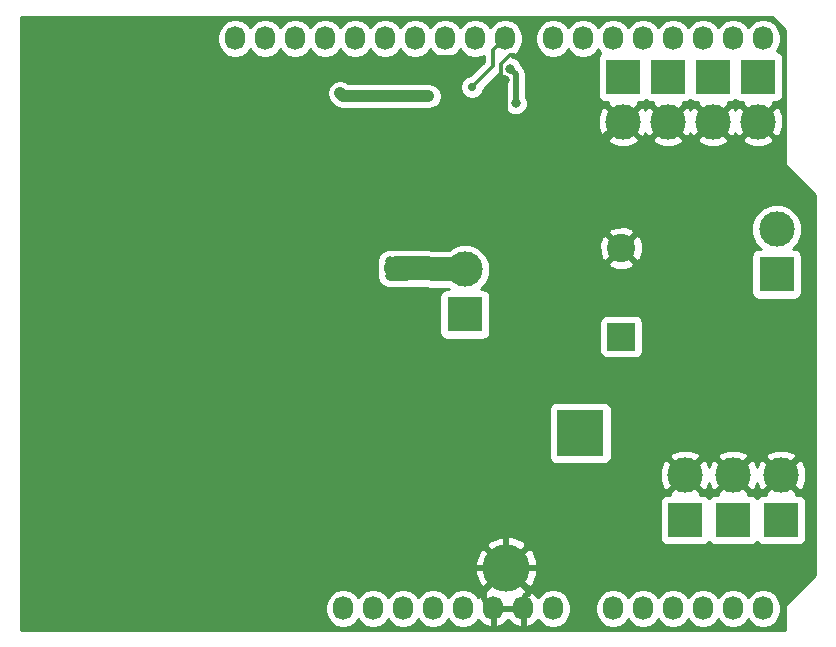
<source format=gbl>
G04 #@! TF.GenerationSoftware,KiCad,Pcbnew,(2017-11-06 revision 9df4ae65e)-makepkg*
G04 #@! TF.CreationDate,2017-12-06T02:01:24-08:00*
G04 #@! TF.ProjectId,MHz_LED_Modulator,4D487A5F4C45445F4D6F64756C61746F,rev?*
G04 #@! TF.SameCoordinates,Original*
G04 #@! TF.FileFunction,Copper,L2,Bot,Signal*
G04 #@! TF.FilePolarity,Positive*
%FSLAX46Y46*%
G04 Gerber Fmt 4.6, Leading zero omitted, Abs format (unit mm)*
G04 Created by KiCad (PCBNEW (2017-11-06 revision 9df4ae65e)-makepkg) date 12/06/17 02:01:24*
%MOMM*%
%LPD*%
G01*
G04 APERTURE LIST*
%ADD10C,2.999740*%
%ADD11R,2.999740X2.999740*%
%ADD12C,2.400000*%
%ADD13R,2.400000X2.400000*%
%ADD14R,4.000500X4.000500*%
%ADD15C,4.000500*%
%ADD16O,1.727200X2.032000*%
%ADD17C,1.000000*%
%ADD18C,0.800000*%
%ADD19C,0.700000*%
%ADD20C,0.500000*%
%ADD21C,0.350000*%
%ADD22C,0.800000*%
%ADD23C,2.000000*%
%ADD24C,1.000000*%
%ADD25C,0.254000*%
G04 APERTURE END LIST*
D10*
X162636200Y-82613500D03*
D11*
X162636200Y-78803500D03*
D12*
X162483800Y-93312600D03*
D13*
X162483800Y-100812600D03*
D10*
X175641000Y-91719400D03*
D11*
X175641000Y-95529400D03*
D10*
X149250400Y-95123000D03*
D11*
X149250400Y-98933000D03*
D10*
X166446200Y-82600800D03*
D11*
X166446200Y-78790800D03*
D14*
X159029400Y-108966000D03*
D15*
X152755600Y-120370600D03*
D11*
X167894000Y-116332000D03*
D10*
X167894000Y-112522000D03*
X171958000Y-112522000D03*
D11*
X171958000Y-116332000D03*
D10*
X174066200Y-82600800D03*
D11*
X174066200Y-78790800D03*
D10*
X170256200Y-82600800D03*
D11*
X170256200Y-78790800D03*
D10*
X176022000Y-112522000D03*
D11*
X176022000Y-116332000D03*
D16*
X138938000Y-123825000D03*
X141478000Y-123825000D03*
X144018000Y-123825000D03*
X146558000Y-123825000D03*
X149098000Y-123825000D03*
X151638000Y-123825000D03*
X154178000Y-123825000D03*
X156718000Y-123825000D03*
X161798000Y-123825000D03*
X164338000Y-123825000D03*
X166878000Y-123825000D03*
X169418000Y-123825000D03*
X171958000Y-123825000D03*
X174498000Y-123825000D03*
X129794000Y-75565000D03*
X132334000Y-75565000D03*
X134874000Y-75565000D03*
X137414000Y-75565000D03*
X139954000Y-75565000D03*
X142494000Y-75565000D03*
X145034000Y-75565000D03*
X147574000Y-75565000D03*
X150114000Y-75565000D03*
X152654000Y-75565000D03*
X156718000Y-75565000D03*
X159258000Y-75565000D03*
X161798000Y-75565000D03*
X164338000Y-75565000D03*
X166878000Y-75565000D03*
X169418000Y-75565000D03*
X171958000Y-75565000D03*
X174498000Y-75565000D03*
D17*
X115000000Y-80000000D03*
X117000000Y-83000000D03*
X114000000Y-86000000D03*
X117000000Y-89000000D03*
X114000000Y-92000000D03*
X117000000Y-95000000D03*
X114000000Y-98000000D03*
X117000000Y-101000000D03*
X114000000Y-104000000D03*
X117000000Y-107000000D03*
X114000000Y-110000000D03*
X117000000Y-113000000D03*
X114000000Y-116000000D03*
X117000000Y-119000000D03*
X114000000Y-122000000D03*
X117000000Y-125000000D03*
X120000000Y-122000000D03*
X123000000Y-125000000D03*
D18*
X142875000Y-95681800D03*
D19*
X149860000Y-79679800D03*
X149860000Y-79679800D03*
D18*
X153543000Y-81051400D03*
X152693000Y-79097477D03*
X149072600Y-78145030D03*
X146024600Y-79044800D03*
X153085800Y-78130400D03*
D17*
X114960400Y-74523600D03*
X113000000Y-77000000D03*
D18*
X174218600Y-85318600D03*
X151511000Y-116967000D03*
X158343600Y-114947700D03*
X156083000Y-116903500D03*
X144272000Y-95681800D03*
X146151600Y-80441800D03*
X151892000Y-88900000D03*
X142875000Y-94411800D03*
X144272000Y-94411800D03*
X156972000Y-88900000D03*
X154432000Y-88900000D03*
X149352000Y-88900000D03*
X146812000Y-88900000D03*
X149275800Y-114935000D03*
X153771600Y-114947700D03*
X138684000Y-80187800D03*
D20*
X155629400Y-120370600D02*
X156083000Y-119917000D01*
X156083000Y-119917000D02*
X156083000Y-116903500D01*
X152755600Y-120370600D02*
X155629400Y-120370600D01*
X153000000Y-117297420D02*
X152669580Y-116967000D01*
X152669580Y-116967000D02*
X151511000Y-116967000D01*
X152755600Y-120370600D02*
X152755600Y-117541820D01*
X152755600Y-117541820D02*
X153000000Y-117297420D01*
X149370600Y-120370600D02*
X149275800Y-120275800D01*
X149275800Y-120275800D02*
X149275800Y-114935000D01*
X152755600Y-120370600D02*
X149370600Y-120370600D01*
X117000000Y-83000000D02*
X115000000Y-80000000D01*
X114000000Y-86000000D02*
X117000000Y-89000000D01*
X114000000Y-92000000D02*
X117000000Y-95000000D01*
X114000000Y-98000000D02*
X117000000Y-101000000D01*
X114000000Y-104000000D02*
X117000000Y-107000000D01*
X114000000Y-110000000D02*
X117000000Y-113000000D01*
X114000000Y-116000000D02*
X117000000Y-119000000D01*
D21*
X114000000Y-122000000D02*
X117000000Y-125000000D01*
X161283801Y-92094201D02*
X160070800Y-90881200D01*
X160070800Y-90881200D02*
X159131000Y-90881200D01*
X162483800Y-93312600D02*
X161283801Y-92112601D01*
X161283801Y-92112601D02*
X161283801Y-92094201D01*
X173029464Y-103890664D02*
X173029464Y-103858264D01*
X173029464Y-103858264D02*
X162483800Y-93312600D01*
X175927419Y-103890664D02*
X173029464Y-103890664D01*
X149072600Y-78145030D02*
X147690230Y-79527400D01*
D22*
X142875000Y-95681800D02*
X144272000Y-95681800D01*
X142875000Y-94411800D02*
X142875000Y-95681800D01*
X144272000Y-94411800D02*
X142875000Y-94411800D01*
D23*
X149250400Y-95123000D02*
X143438880Y-95031560D01*
D21*
X144272000Y-94411800D02*
X147167600Y-94411800D01*
X147167600Y-94411800D02*
X147370800Y-94411800D01*
D20*
X144272000Y-95681800D02*
X147243800Y-95681800D01*
X147243800Y-95681800D02*
X148691600Y-95681800D01*
D21*
X147167600Y-94411800D02*
X147167600Y-95605600D01*
X147167600Y-95605600D02*
X147243800Y-95681800D01*
D20*
X153543000Y-81051400D02*
X153543000Y-78587600D01*
X153543000Y-78587600D02*
X153085800Y-78130400D01*
D21*
X152293001Y-79497476D02*
X152693000Y-79097477D01*
X151334476Y-80456001D02*
X152293001Y-79497476D01*
X152218203Y-78627671D02*
X152532201Y-78796001D01*
X152310799Y-78574599D02*
X152218203Y-78627671D01*
D20*
X146126200Y-78733115D02*
X146100800Y-78707715D01*
X146100800Y-78707715D02*
X146100800Y-77914500D01*
D21*
X152755600Y-82550000D02*
X152984200Y-82778600D01*
X152755600Y-80797400D02*
X152755600Y-82550000D01*
X152755600Y-79248000D02*
X152755600Y-80797400D01*
X164922200Y-81076800D02*
X164541200Y-81076800D01*
X164541200Y-81076800D02*
X164172900Y-81076800D01*
X164541200Y-81076800D02*
X164541200Y-81280000D01*
X153435410Y-76956010D02*
X153113188Y-76956010D01*
X156165852Y-84414854D02*
X154427998Y-82677000D01*
X154699001Y-78219601D02*
X153435410Y-76956010D01*
X154699001Y-82405997D02*
X154699001Y-78219601D01*
X154427998Y-82677000D02*
X154699001Y-82405997D01*
X159010070Y-84414854D02*
X156165852Y-84414854D01*
X153113188Y-76956010D02*
X152310799Y-77758399D01*
X152310799Y-77758399D02*
X152310799Y-78574599D01*
X152532201Y-78796001D02*
X152857200Y-79121000D01*
X148802183Y-78070031D02*
X149127182Y-77745032D01*
X149127182Y-77745032D02*
X149127182Y-77186818D01*
X149127182Y-77186818D02*
X149148800Y-77165200D01*
X159131000Y-90881200D02*
X156972000Y-88900000D01*
X166446200Y-82600800D02*
X164922200Y-81076800D01*
X164172900Y-81076800D02*
X162636200Y-82613500D01*
X127304800Y-77609802D02*
X127063398Y-77609802D01*
X117192300Y-82867500D02*
X119487624Y-85293200D01*
X119487624Y-85185576D02*
X119487624Y-85293200D01*
X127272999Y-77578001D02*
X127304800Y-77609802D01*
X145650001Y-77578001D02*
X127272999Y-77578001D01*
X146100800Y-77914500D02*
X145650001Y-77578001D01*
X119487624Y-85293200D02*
X134797800Y-101473000D01*
X127063398Y-77609802D02*
X119487624Y-85185576D01*
D20*
X113000000Y-74000000D02*
X114960400Y-74523600D01*
X113000000Y-77000000D02*
X113000000Y-74000000D01*
D21*
X117192300Y-82867500D02*
X116192300Y-79603600D01*
X114858800Y-79603600D02*
X114973100Y-79603600D01*
X114973100Y-79603600D02*
X116192300Y-79603600D01*
D20*
X159010070Y-84414854D02*
X159461200Y-83870800D01*
X160934400Y-83947000D02*
X162636200Y-82613500D01*
X160934400Y-83947000D02*
X159461200Y-83870800D01*
X176022000Y-112522000D02*
X178155600Y-110363000D01*
X178155600Y-110363000D02*
X175927419Y-103890664D01*
X175927419Y-103890664D02*
X175915941Y-103857323D01*
X166166800Y-110794800D02*
X160477200Y-112204500D01*
X167894000Y-112522000D02*
X166166800Y-110794800D01*
X169926000Y-110515400D02*
X167894000Y-112522000D01*
X171958000Y-112522000D02*
X169926000Y-110515400D01*
X173990000Y-110515400D02*
X171958000Y-112522000D01*
X176022000Y-112522000D02*
X173990000Y-110515400D01*
X164655500Y-84645500D02*
X164973000Y-84074000D01*
X164973000Y-84074000D02*
X166446200Y-82600800D01*
X166446200Y-82600800D02*
X168402000Y-84582000D01*
X168402000Y-84582000D02*
X168910000Y-83947000D01*
X168910000Y-83947000D02*
X170256200Y-82600800D01*
X170256200Y-82600800D02*
X172021500Y-84391500D01*
X172783500Y-83883500D02*
X174066200Y-82600800D01*
X172021500Y-84391500D02*
X172783500Y-83883500D01*
X149275800Y-114935000D02*
X148590000Y-114947700D01*
D21*
X134797800Y-101155500D02*
X148590000Y-114947700D01*
D20*
X149275800Y-114935000D02*
X153771600Y-114947700D01*
X153771600Y-114947700D02*
X158343600Y-114947700D01*
X158343600Y-114947700D02*
X160477200Y-112204500D01*
D21*
X146862800Y-77165200D02*
X149148800Y-77165200D01*
X146100800Y-77914500D02*
X146106934Y-77908468D01*
X146106934Y-77908468D02*
X146862800Y-77165200D01*
X146449999Y-77578001D02*
X146571001Y-77456999D01*
X151650700Y-77868302D02*
X149860000Y-79659002D01*
X151650700Y-76568300D02*
X151650700Y-77868302D01*
X142875000Y-95681800D02*
X144272000Y-95681800D01*
D20*
X148691600Y-95681800D02*
X149250400Y-95123000D01*
X144272000Y-94411800D02*
X148539200Y-94411800D01*
X148539200Y-94411800D02*
X149250400Y-95123000D01*
D21*
X142875000Y-94411800D02*
X144272000Y-94411800D01*
D24*
X146151600Y-80441800D02*
X138938000Y-80441800D01*
X138938000Y-80441800D02*
X138684000Y-80187800D01*
D21*
X137414000Y-75717400D02*
X137414000Y-75565000D01*
X146100800Y-77914500D02*
X146449999Y-77578001D01*
X149098000Y-120980200D02*
X125399800Y-120980200D01*
X125399800Y-120980200D02*
X123240800Y-123139200D01*
X156972000Y-86452924D02*
X159010070Y-84414854D01*
X156972000Y-88900000D02*
X156972000Y-86452924D01*
X151650700Y-76568300D02*
X152654000Y-75565000D01*
X152603200Y-75615800D02*
X152654000Y-75565000D01*
D20*
X149161500Y-95086800D02*
X149138000Y-95086800D01*
X149161500Y-95110300D02*
X149161500Y-95086800D01*
D21*
X151892000Y-88900000D02*
X154432000Y-88900000D01*
X146812000Y-88900000D02*
X149352000Y-88900000D01*
D20*
X154559000Y-122566853D02*
X154736800Y-122377200D01*
X154355800Y-122783600D02*
X154559000Y-122566853D01*
D21*
X151638000Y-123825000D02*
X154178000Y-123825000D01*
X149098000Y-121031000D02*
X149098000Y-120980200D01*
D20*
X150850600Y-122224800D02*
X150342600Y-122224800D01*
X150342600Y-122224800D02*
X149098000Y-120980200D01*
X152755600Y-120370600D02*
X152704800Y-120370600D01*
X152704800Y-120370600D02*
X150850600Y-122224800D01*
X150850600Y-123037600D02*
X151638000Y-123825000D01*
X150850600Y-122224800D02*
X150850600Y-123037600D01*
X154178000Y-123825000D02*
X154355800Y-123647200D01*
X154355800Y-123647200D02*
X154355800Y-122783600D01*
X154736800Y-122377200D02*
X154736800Y-122275600D01*
X154736800Y-122275600D02*
X152755600Y-120370600D01*
D21*
X150114000Y-75717400D02*
X150114000Y-75565000D01*
D25*
G36*
X176328000Y-74843091D02*
X176328000Y-85979000D01*
X176382046Y-86250705D01*
X176535954Y-86481046D01*
X178868000Y-88813091D01*
X178868000Y-120990909D01*
X176535954Y-123322954D01*
X176382046Y-123553295D01*
X176328000Y-123825000D01*
X176328000Y-125655000D01*
X111708000Y-125655000D01*
X111708000Y-123640255D01*
X137439400Y-123640255D01*
X137439400Y-124009745D01*
X137553474Y-124583234D01*
X137878330Y-125069415D01*
X138364511Y-125394271D01*
X138938000Y-125508345D01*
X139511489Y-125394271D01*
X139997670Y-125069415D01*
X140208000Y-124754634D01*
X140418330Y-125069415D01*
X140904511Y-125394271D01*
X141478000Y-125508345D01*
X142051489Y-125394271D01*
X142537670Y-125069415D01*
X142748000Y-124754634D01*
X142958330Y-125069415D01*
X143444511Y-125394271D01*
X144018000Y-125508345D01*
X144591489Y-125394271D01*
X145077670Y-125069415D01*
X145288000Y-124754634D01*
X145498330Y-125069415D01*
X145984511Y-125394271D01*
X146558000Y-125508345D01*
X147131489Y-125394271D01*
X147617670Y-125069415D01*
X147828000Y-124754634D01*
X148038330Y-125069415D01*
X148524511Y-125394271D01*
X149098000Y-125508345D01*
X149671489Y-125394271D01*
X150157670Y-125069415D01*
X150364461Y-124759931D01*
X150735964Y-125175732D01*
X151263209Y-125429709D01*
X151278974Y-125432358D01*
X151511000Y-125311217D01*
X151511000Y-123952000D01*
X151765000Y-123952000D01*
X151765000Y-125311217D01*
X151997026Y-125432358D01*
X152012791Y-125429709D01*
X152540036Y-125175732D01*
X152908000Y-124763892D01*
X153275964Y-125175732D01*
X153803209Y-125429709D01*
X153818974Y-125432358D01*
X154051000Y-125311217D01*
X154051000Y-123952000D01*
X151765000Y-123952000D01*
X151511000Y-123952000D01*
X151491000Y-123952000D01*
X151491000Y-123698000D01*
X151511000Y-123698000D01*
X151511000Y-123678000D01*
X151765000Y-123678000D01*
X151765000Y-123698000D01*
X154051000Y-123698000D01*
X154051000Y-123678000D01*
X154305000Y-123678000D01*
X154305000Y-123698000D01*
X154325000Y-123698000D01*
X154325000Y-123952000D01*
X154305000Y-123952000D01*
X154305000Y-125311217D01*
X154537026Y-125432358D01*
X154552791Y-125429709D01*
X155080036Y-125175732D01*
X155451539Y-124759931D01*
X155658330Y-125069415D01*
X156144511Y-125394271D01*
X156718000Y-125508345D01*
X157291489Y-125394271D01*
X157777670Y-125069415D01*
X158102526Y-124583234D01*
X158216600Y-124009745D01*
X158216600Y-123640255D01*
X160299400Y-123640255D01*
X160299400Y-124009745D01*
X160413474Y-124583234D01*
X160738330Y-125069415D01*
X161224511Y-125394271D01*
X161798000Y-125508345D01*
X162371489Y-125394271D01*
X162857670Y-125069415D01*
X163068000Y-124754634D01*
X163278330Y-125069415D01*
X163764511Y-125394271D01*
X164338000Y-125508345D01*
X164911489Y-125394271D01*
X165397670Y-125069415D01*
X165608000Y-124754634D01*
X165818330Y-125069415D01*
X166304511Y-125394271D01*
X166878000Y-125508345D01*
X167451489Y-125394271D01*
X167937670Y-125069415D01*
X168148000Y-124754634D01*
X168358330Y-125069415D01*
X168844511Y-125394271D01*
X169418000Y-125508345D01*
X169991489Y-125394271D01*
X170477670Y-125069415D01*
X170688000Y-124754634D01*
X170898330Y-125069415D01*
X171384511Y-125394271D01*
X171958000Y-125508345D01*
X172531489Y-125394271D01*
X173017670Y-125069415D01*
X173228000Y-124754634D01*
X173438330Y-125069415D01*
X173924511Y-125394271D01*
X174498000Y-125508345D01*
X175071489Y-125394271D01*
X175557670Y-125069415D01*
X175882526Y-124583234D01*
X175996600Y-124009745D01*
X175996600Y-123640255D01*
X175882526Y-123066766D01*
X175557670Y-122580585D01*
X175071489Y-122255729D01*
X174498000Y-122141655D01*
X173924511Y-122255729D01*
X173438330Y-122580585D01*
X173228000Y-122895366D01*
X173017670Y-122580585D01*
X172531489Y-122255729D01*
X171958000Y-122141655D01*
X171384511Y-122255729D01*
X170898330Y-122580585D01*
X170688000Y-122895366D01*
X170477670Y-122580585D01*
X169991489Y-122255729D01*
X169418000Y-122141655D01*
X168844511Y-122255729D01*
X168358330Y-122580585D01*
X168148000Y-122895366D01*
X167937670Y-122580585D01*
X167451489Y-122255729D01*
X166878000Y-122141655D01*
X166304511Y-122255729D01*
X165818330Y-122580585D01*
X165608000Y-122895366D01*
X165397670Y-122580585D01*
X164911489Y-122255729D01*
X164338000Y-122141655D01*
X163764511Y-122255729D01*
X163278330Y-122580585D01*
X163068000Y-122895366D01*
X162857670Y-122580585D01*
X162371489Y-122255729D01*
X161798000Y-122141655D01*
X161224511Y-122255729D01*
X160738330Y-122580585D01*
X160413474Y-123066766D01*
X160299400Y-123640255D01*
X158216600Y-123640255D01*
X158102526Y-123066766D01*
X157777670Y-122580585D01*
X157291489Y-122255729D01*
X156718000Y-122141655D01*
X156144511Y-122255729D01*
X155658330Y-122580585D01*
X155451539Y-122890069D01*
X155080036Y-122474268D01*
X154552791Y-122220291D01*
X154537026Y-122217642D01*
X154436805Y-122269967D01*
X154451197Y-122245802D01*
X152755600Y-120550205D01*
X151060003Y-122245802D01*
X151093497Y-122302042D01*
X150735964Y-122474268D01*
X150364461Y-122890069D01*
X150157670Y-122580585D01*
X149671489Y-122255729D01*
X149098000Y-122141655D01*
X148524511Y-122255729D01*
X148038330Y-122580585D01*
X147828000Y-122895366D01*
X147617670Y-122580585D01*
X147131489Y-122255729D01*
X146558000Y-122141655D01*
X145984511Y-122255729D01*
X145498330Y-122580585D01*
X145288000Y-122895366D01*
X145077670Y-122580585D01*
X144591489Y-122255729D01*
X144018000Y-122141655D01*
X143444511Y-122255729D01*
X142958330Y-122580585D01*
X142748000Y-122895366D01*
X142537670Y-122580585D01*
X142051489Y-122255729D01*
X141478000Y-122141655D01*
X140904511Y-122255729D01*
X140418330Y-122580585D01*
X140208000Y-122895366D01*
X139997670Y-122580585D01*
X139511489Y-122255729D01*
X138938000Y-122141655D01*
X138364511Y-122255729D01*
X137878330Y-122580585D01*
X137553474Y-123066766D01*
X137439400Y-123640255D01*
X111708000Y-123640255D01*
X111708000Y-119867553D01*
X150116233Y-119867553D01*
X150124635Y-120915887D01*
X150509651Y-121845397D01*
X150880398Y-122066197D01*
X152575995Y-120370600D01*
X152935205Y-120370600D01*
X154630802Y-122066197D01*
X155001549Y-121845397D01*
X155394967Y-120873647D01*
X155386565Y-119825313D01*
X155001549Y-118895803D01*
X154630802Y-118675003D01*
X152935205Y-120370600D01*
X152575995Y-120370600D01*
X150880398Y-118675003D01*
X150509651Y-118895803D01*
X150116233Y-119867553D01*
X111708000Y-119867553D01*
X111708000Y-118495398D01*
X151060003Y-118495398D01*
X152755600Y-120190995D01*
X154451197Y-118495398D01*
X154230397Y-118124651D01*
X153258647Y-117731233D01*
X152210313Y-117739635D01*
X151280803Y-118124651D01*
X151060003Y-118495398D01*
X111708000Y-118495398D01*
X111708000Y-114832130D01*
X165746690Y-114832130D01*
X165746690Y-117831870D01*
X165795973Y-118079635D01*
X165936321Y-118289679D01*
X166146365Y-118430027D01*
X166394130Y-118479310D01*
X169393870Y-118479310D01*
X169641635Y-118430027D01*
X169851679Y-118289679D01*
X169926000Y-118178451D01*
X170000321Y-118289679D01*
X170210365Y-118430027D01*
X170458130Y-118479310D01*
X173457870Y-118479310D01*
X173705635Y-118430027D01*
X173915679Y-118289679D01*
X173990000Y-118178451D01*
X174064321Y-118289679D01*
X174274365Y-118430027D01*
X174522130Y-118479310D01*
X177521870Y-118479310D01*
X177769635Y-118430027D01*
X177979679Y-118289679D01*
X178120027Y-118079635D01*
X178169310Y-117831870D01*
X178169310Y-114832130D01*
X178120027Y-114584365D01*
X177979679Y-114374321D01*
X177769635Y-114233973D01*
X177521870Y-114184690D01*
X177281684Y-114184690D01*
X177356272Y-114035877D01*
X176022000Y-112701605D01*
X174687728Y-114035877D01*
X174762316Y-114184690D01*
X174522130Y-114184690D01*
X174274365Y-114233973D01*
X174064321Y-114374321D01*
X173990000Y-114485549D01*
X173915679Y-114374321D01*
X173705635Y-114233973D01*
X173457870Y-114184690D01*
X173217684Y-114184690D01*
X173292272Y-114035877D01*
X171958000Y-112701605D01*
X170623728Y-114035877D01*
X170698316Y-114184690D01*
X170458130Y-114184690D01*
X170210365Y-114233973D01*
X170000321Y-114374321D01*
X169926000Y-114485549D01*
X169851679Y-114374321D01*
X169641635Y-114233973D01*
X169393870Y-114184690D01*
X169153684Y-114184690D01*
X169228272Y-114035877D01*
X167894000Y-112701605D01*
X166559728Y-114035877D01*
X166634316Y-114184690D01*
X166394130Y-114184690D01*
X166146365Y-114233973D01*
X165936321Y-114374321D01*
X165795973Y-114584365D01*
X165746690Y-114832130D01*
X111708000Y-114832130D01*
X111708000Y-112138217D01*
X165751405Y-112138217D01*
X165767633Y-112987366D01*
X166061368Y-113696505D01*
X166380123Y-113856272D01*
X167714395Y-112522000D01*
X168073605Y-112522000D01*
X169407877Y-113856272D01*
X169726632Y-113696505D01*
X169920507Y-113201926D01*
X170125368Y-113696505D01*
X170444123Y-113856272D01*
X171778395Y-112522000D01*
X172137605Y-112522000D01*
X173471877Y-113856272D01*
X173790632Y-113696505D01*
X173984507Y-113201926D01*
X174189368Y-113696505D01*
X174508123Y-113856272D01*
X175842395Y-112522000D01*
X176201605Y-112522000D01*
X177535877Y-113856272D01*
X177854632Y-113696505D01*
X178164595Y-112905783D01*
X178148367Y-112056634D01*
X177854632Y-111347495D01*
X177535877Y-111187728D01*
X176201605Y-112522000D01*
X175842395Y-112522000D01*
X174508123Y-111187728D01*
X174189368Y-111347495D01*
X173995493Y-111842074D01*
X173790632Y-111347495D01*
X173471877Y-111187728D01*
X172137605Y-112522000D01*
X171778395Y-112522000D01*
X170444123Y-111187728D01*
X170125368Y-111347495D01*
X169931493Y-111842074D01*
X169726632Y-111347495D01*
X169407877Y-111187728D01*
X168073605Y-112522000D01*
X167714395Y-112522000D01*
X166380123Y-111187728D01*
X166061368Y-111347495D01*
X165751405Y-112138217D01*
X111708000Y-112138217D01*
X111708000Y-106965750D01*
X156381710Y-106965750D01*
X156381710Y-110966250D01*
X156430993Y-111214015D01*
X156571341Y-111424059D01*
X156781385Y-111564407D01*
X157029150Y-111613690D01*
X161029650Y-111613690D01*
X161277415Y-111564407D01*
X161487459Y-111424059D01*
X161627807Y-111214015D01*
X161668761Y-111008123D01*
X166559728Y-111008123D01*
X167894000Y-112342395D01*
X169228272Y-111008123D01*
X170623728Y-111008123D01*
X171958000Y-112342395D01*
X173292272Y-111008123D01*
X174687728Y-111008123D01*
X176022000Y-112342395D01*
X177356272Y-111008123D01*
X177196505Y-110689368D01*
X176405783Y-110379405D01*
X175556634Y-110395633D01*
X174847495Y-110689368D01*
X174687728Y-111008123D01*
X173292272Y-111008123D01*
X173132505Y-110689368D01*
X172341783Y-110379405D01*
X171492634Y-110395633D01*
X170783495Y-110689368D01*
X170623728Y-111008123D01*
X169228272Y-111008123D01*
X169068505Y-110689368D01*
X168277783Y-110379405D01*
X167428634Y-110395633D01*
X166719495Y-110689368D01*
X166559728Y-111008123D01*
X161668761Y-111008123D01*
X161677090Y-110966250D01*
X161677090Y-106965750D01*
X161627807Y-106717985D01*
X161487459Y-106507941D01*
X161277415Y-106367593D01*
X161029650Y-106318310D01*
X157029150Y-106318310D01*
X156781385Y-106367593D01*
X156571341Y-106507941D01*
X156430993Y-106717985D01*
X156381710Y-106965750D01*
X111708000Y-106965750D01*
X111708000Y-95005838D01*
X141804082Y-95005838D01*
X141840000Y-95202534D01*
X141840000Y-95681470D01*
X141839821Y-95886771D01*
X141997058Y-96267315D01*
X142287954Y-96558719D01*
X142668223Y-96716620D01*
X143079971Y-96716979D01*
X143080404Y-96716800D01*
X144271670Y-96716800D01*
X144476971Y-96716979D01*
X144555966Y-96684339D01*
X147844132Y-96736076D01*
X147893659Y-96785690D01*
X147750530Y-96785690D01*
X147502765Y-96834973D01*
X147292721Y-96975321D01*
X147152373Y-97185365D01*
X147103090Y-97433130D01*
X147103090Y-100432870D01*
X147152373Y-100680635D01*
X147292721Y-100890679D01*
X147502765Y-101031027D01*
X147750530Y-101080310D01*
X150750270Y-101080310D01*
X150998035Y-101031027D01*
X151208079Y-100890679D01*
X151348427Y-100680635D01*
X151397710Y-100432870D01*
X151397710Y-99612600D01*
X160636360Y-99612600D01*
X160636360Y-102012600D01*
X160685643Y-102260365D01*
X160825991Y-102470409D01*
X161036035Y-102610757D01*
X161283800Y-102660040D01*
X163683800Y-102660040D01*
X163931565Y-102610757D01*
X164141609Y-102470409D01*
X164281957Y-102260365D01*
X164331240Y-102012600D01*
X164331240Y-99612600D01*
X164281957Y-99364835D01*
X164141609Y-99154791D01*
X163931565Y-99014443D01*
X163683800Y-98965160D01*
X161283800Y-98965160D01*
X161036035Y-99014443D01*
X160825991Y-99154791D01*
X160685643Y-99364835D01*
X160636360Y-99612600D01*
X151397710Y-99612600D01*
X151397710Y-97433130D01*
X151348427Y-97185365D01*
X151208079Y-96975321D01*
X150998035Y-96834973D01*
X150750270Y-96785690D01*
X150606606Y-96785690D01*
X151059200Y-96333886D01*
X151384899Y-95549515D01*
X151385640Y-94700211D01*
X151348273Y-94609775D01*
X161366230Y-94609775D01*
X161489365Y-94897388D01*
X162171534Y-95157307D01*
X162901243Y-95136386D01*
X163478235Y-94897388D01*
X163601370Y-94609775D01*
X162483800Y-93492205D01*
X161366230Y-94609775D01*
X151348273Y-94609775D01*
X151061310Y-93915273D01*
X150461286Y-93314200D01*
X149705413Y-93000334D01*
X160639093Y-93000334D01*
X160660014Y-93730043D01*
X160899012Y-94307035D01*
X161186625Y-94430170D01*
X162304195Y-93312600D01*
X162663405Y-93312600D01*
X163780975Y-94430170D01*
X164068588Y-94307035D01*
X164174322Y-94029530D01*
X173493690Y-94029530D01*
X173493690Y-97029270D01*
X173542973Y-97277035D01*
X173683321Y-97487079D01*
X173893365Y-97627427D01*
X174141130Y-97676710D01*
X177140870Y-97676710D01*
X177388635Y-97627427D01*
X177598679Y-97487079D01*
X177739027Y-97277035D01*
X177788310Y-97029270D01*
X177788310Y-94029530D01*
X177739027Y-93781765D01*
X177598679Y-93571721D01*
X177388635Y-93431373D01*
X177140870Y-93382090D01*
X176997206Y-93382090D01*
X177449800Y-92930286D01*
X177775499Y-92145915D01*
X177776240Y-91296611D01*
X177451910Y-90511673D01*
X176851886Y-89910600D01*
X176067515Y-89584901D01*
X175218211Y-89584160D01*
X174433273Y-89908490D01*
X173832200Y-90508514D01*
X173506501Y-91292885D01*
X173505760Y-92142189D01*
X173830090Y-92927127D01*
X174284259Y-93382090D01*
X174141130Y-93382090D01*
X173893365Y-93431373D01*
X173683321Y-93571721D01*
X173542973Y-93781765D01*
X173493690Y-94029530D01*
X164174322Y-94029530D01*
X164328507Y-93624866D01*
X164307586Y-92895157D01*
X164068588Y-92318165D01*
X163780975Y-92195030D01*
X162663405Y-93312600D01*
X162304195Y-93312600D01*
X161186625Y-92195030D01*
X160899012Y-92318165D01*
X160639093Y-93000334D01*
X149705413Y-93000334D01*
X149676915Y-92988501D01*
X148827611Y-92987760D01*
X148042673Y-93312090D01*
X147888130Y-93466363D01*
X144568237Y-93414127D01*
X144478777Y-93376980D01*
X144067029Y-93376621D01*
X144066596Y-93376800D01*
X142875330Y-93376800D01*
X142670029Y-93376621D01*
X142289485Y-93533858D01*
X141998081Y-93824754D01*
X141840180Y-94205023D01*
X141839821Y-94616771D01*
X141840000Y-94617204D01*
X141840000Y-94839026D01*
X141804082Y-95005838D01*
X111708000Y-95005838D01*
X111708000Y-92015425D01*
X161366230Y-92015425D01*
X162483800Y-93132995D01*
X163601370Y-92015425D01*
X163478235Y-91727812D01*
X162796066Y-91467893D01*
X162066357Y-91488814D01*
X161489365Y-91727812D01*
X161366230Y-92015425D01*
X111708000Y-92015425D01*
X111708000Y-84127377D01*
X161301928Y-84127377D01*
X161461695Y-84446132D01*
X162252417Y-84756095D01*
X163101566Y-84739867D01*
X163810705Y-84446132D01*
X163970472Y-84127377D01*
X163957772Y-84114677D01*
X165111928Y-84114677D01*
X165271695Y-84433432D01*
X166062417Y-84743395D01*
X166911566Y-84727167D01*
X167620705Y-84433432D01*
X167780472Y-84114677D01*
X168921928Y-84114677D01*
X169081695Y-84433432D01*
X169872417Y-84743395D01*
X170721566Y-84727167D01*
X171430705Y-84433432D01*
X171590472Y-84114677D01*
X172731928Y-84114677D01*
X172891695Y-84433432D01*
X173682417Y-84743395D01*
X174531566Y-84727167D01*
X175240705Y-84433432D01*
X175400472Y-84114677D01*
X174066200Y-82780405D01*
X172731928Y-84114677D01*
X171590472Y-84114677D01*
X170256200Y-82780405D01*
X168921928Y-84114677D01*
X167780472Y-84114677D01*
X166446200Y-82780405D01*
X165111928Y-84114677D01*
X163957772Y-84114677D01*
X162636200Y-82793105D01*
X161301928Y-84127377D01*
X111708000Y-84127377D01*
X111708000Y-82229717D01*
X160493605Y-82229717D01*
X160509833Y-83078866D01*
X160803568Y-83788005D01*
X161122323Y-83947772D01*
X162456595Y-82613500D01*
X162815805Y-82613500D01*
X164150077Y-83947772D01*
X164468832Y-83788005D01*
X164541764Y-83601954D01*
X164613568Y-83775305D01*
X164932323Y-83935072D01*
X166266595Y-82600800D01*
X166625805Y-82600800D01*
X167960077Y-83935072D01*
X168278832Y-83775305D01*
X168349206Y-83595779D01*
X168423568Y-83775305D01*
X168742323Y-83935072D01*
X170076595Y-82600800D01*
X170435805Y-82600800D01*
X171770077Y-83935072D01*
X172088832Y-83775305D01*
X172159206Y-83595779D01*
X172233568Y-83775305D01*
X172552323Y-83935072D01*
X173886595Y-82600800D01*
X174245805Y-82600800D01*
X175580077Y-83935072D01*
X175898832Y-83775305D01*
X176208795Y-82984583D01*
X176192567Y-82135434D01*
X175898832Y-81426295D01*
X175580077Y-81266528D01*
X174245805Y-82600800D01*
X173886595Y-82600800D01*
X172552323Y-81266528D01*
X172233568Y-81426295D01*
X172163194Y-81605821D01*
X172088832Y-81426295D01*
X171770077Y-81266528D01*
X170435805Y-82600800D01*
X170076595Y-82600800D01*
X168742323Y-81266528D01*
X168423568Y-81426295D01*
X168353194Y-81605821D01*
X168278832Y-81426295D01*
X167960077Y-81266528D01*
X166625805Y-82600800D01*
X166266595Y-82600800D01*
X164932323Y-81266528D01*
X164613568Y-81426295D01*
X164540636Y-81612346D01*
X164468832Y-81438995D01*
X164150077Y-81279228D01*
X162815805Y-82613500D01*
X162456595Y-82613500D01*
X161122323Y-81279228D01*
X160803568Y-81438995D01*
X160493605Y-82229717D01*
X111708000Y-82229717D01*
X111708000Y-80187800D01*
X137549000Y-80187800D01*
X137635397Y-80622145D01*
X137881434Y-80990366D01*
X138135434Y-81244366D01*
X138503654Y-81490403D01*
X138938000Y-81576800D01*
X146151600Y-81576800D01*
X146585946Y-81490403D01*
X146954166Y-81244366D01*
X147200203Y-80876146D01*
X147286600Y-80441800D01*
X147200203Y-80007454D01*
X146954166Y-79639234D01*
X146585946Y-79393197D01*
X146151600Y-79306800D01*
X139369181Y-79306800D01*
X139118345Y-79139197D01*
X138684000Y-79052800D01*
X138249655Y-79139197D01*
X137881434Y-79385234D01*
X137635397Y-79753455D01*
X137549000Y-80187800D01*
X111708000Y-80187800D01*
X111708000Y-75380255D01*
X128295400Y-75380255D01*
X128295400Y-75749745D01*
X128409474Y-76323234D01*
X128734330Y-76809415D01*
X129220511Y-77134271D01*
X129794000Y-77248345D01*
X130367489Y-77134271D01*
X130853670Y-76809415D01*
X131064000Y-76494634D01*
X131274330Y-76809415D01*
X131760511Y-77134271D01*
X132334000Y-77248345D01*
X132907489Y-77134271D01*
X133393670Y-76809415D01*
X133604000Y-76494634D01*
X133814330Y-76809415D01*
X134300511Y-77134271D01*
X134874000Y-77248345D01*
X135447489Y-77134271D01*
X135933670Y-76809415D01*
X136144000Y-76494634D01*
X136354330Y-76809415D01*
X136840511Y-77134271D01*
X137414000Y-77248345D01*
X137987489Y-77134271D01*
X138473670Y-76809415D01*
X138684000Y-76494634D01*
X138894330Y-76809415D01*
X139380511Y-77134271D01*
X139954000Y-77248345D01*
X140527489Y-77134271D01*
X141013670Y-76809415D01*
X141224000Y-76494634D01*
X141434330Y-76809415D01*
X141920511Y-77134271D01*
X142494000Y-77248345D01*
X143067489Y-77134271D01*
X143553670Y-76809415D01*
X143764000Y-76494634D01*
X143974330Y-76809415D01*
X144460511Y-77134271D01*
X145034000Y-77248345D01*
X145607489Y-77134271D01*
X146093670Y-76809415D01*
X146304000Y-76494634D01*
X146514330Y-76809415D01*
X147000511Y-77134271D01*
X147574000Y-77248345D01*
X148147489Y-77134271D01*
X148633670Y-76809415D01*
X148844000Y-76494634D01*
X149054330Y-76809415D01*
X149540511Y-77134271D01*
X150114000Y-77248345D01*
X150687489Y-77134271D01*
X150840700Y-77031899D01*
X150840700Y-77532789D01*
X149678848Y-78694642D01*
X149664931Y-78694630D01*
X149302771Y-78844271D01*
X149025445Y-79121114D01*
X148875172Y-79483012D01*
X148874830Y-79874869D01*
X149024471Y-80237029D01*
X149301314Y-80514355D01*
X149663212Y-80664628D01*
X150055069Y-80664970D01*
X150417229Y-80515329D01*
X150694555Y-80238486D01*
X150844828Y-79876588D01*
X150844878Y-79819637D01*
X152132056Y-78532459D01*
X152207858Y-78715915D01*
X152498754Y-79007319D01*
X152658000Y-79073444D01*
X152658000Y-80483815D01*
X152508180Y-80844623D01*
X152507821Y-81256371D01*
X152665058Y-81636915D01*
X152955954Y-81928319D01*
X153336223Y-82086220D01*
X153747971Y-82086579D01*
X154128515Y-81929342D01*
X154419919Y-81638446D01*
X154577820Y-81258177D01*
X154578179Y-80846429D01*
X154428000Y-80482967D01*
X154428000Y-78587600D01*
X154360633Y-78248925D01*
X154168790Y-77961810D01*
X154168787Y-77961808D01*
X154112931Y-77905952D01*
X153963742Y-77544885D01*
X153672846Y-77253481D01*
X153292577Y-77095580D01*
X153285403Y-77095574D01*
X153713670Y-76809415D01*
X154038526Y-76323234D01*
X154152600Y-75749745D01*
X154152600Y-75380255D01*
X155219400Y-75380255D01*
X155219400Y-75749745D01*
X155333474Y-76323234D01*
X155658330Y-76809415D01*
X156144511Y-77134271D01*
X156718000Y-77248345D01*
X157291489Y-77134271D01*
X157777670Y-76809415D01*
X157988000Y-76494634D01*
X158198330Y-76809415D01*
X158684511Y-77134271D01*
X159258000Y-77248345D01*
X159831489Y-77134271D01*
X160317670Y-76809415D01*
X160528000Y-76494634D01*
X160736687Y-76806956D01*
X160678521Y-76845821D01*
X160538173Y-77055865D01*
X160488890Y-77303630D01*
X160488890Y-80303370D01*
X160538173Y-80551135D01*
X160678521Y-80761179D01*
X160888565Y-80901527D01*
X161136330Y-80950810D01*
X161376516Y-80950810D01*
X161301928Y-81099623D01*
X162636200Y-82433895D01*
X163970472Y-81099623D01*
X163895884Y-80950810D01*
X164136070Y-80950810D01*
X164383835Y-80901527D01*
X164550703Y-80790028D01*
X164698565Y-80888827D01*
X164946330Y-80938110D01*
X165186516Y-80938110D01*
X165111928Y-81086923D01*
X166446200Y-82421195D01*
X167780472Y-81086923D01*
X167705884Y-80938110D01*
X167946070Y-80938110D01*
X168193835Y-80888827D01*
X168351200Y-80783678D01*
X168508565Y-80888827D01*
X168756330Y-80938110D01*
X168996516Y-80938110D01*
X168921928Y-81086923D01*
X170256200Y-82421195D01*
X171590472Y-81086923D01*
X171515884Y-80938110D01*
X171756070Y-80938110D01*
X172003835Y-80888827D01*
X172161200Y-80783678D01*
X172318565Y-80888827D01*
X172566330Y-80938110D01*
X172806516Y-80938110D01*
X172731928Y-81086923D01*
X174066200Y-82421195D01*
X175400472Y-81086923D01*
X175325884Y-80938110D01*
X175566070Y-80938110D01*
X175813835Y-80888827D01*
X176023879Y-80748479D01*
X176164227Y-80538435D01*
X176213510Y-80290670D01*
X176213510Y-77290930D01*
X176164227Y-77043165D01*
X176023879Y-76833121D01*
X175813835Y-76692773D01*
X175656517Y-76661481D01*
X175882526Y-76323234D01*
X175996600Y-75749745D01*
X175996600Y-75380255D01*
X175882526Y-74806766D01*
X175557670Y-74320585D01*
X175071489Y-73995729D01*
X174498000Y-73881655D01*
X173924511Y-73995729D01*
X173438330Y-74320585D01*
X173228000Y-74635366D01*
X173017670Y-74320585D01*
X172531489Y-73995729D01*
X171958000Y-73881655D01*
X171384511Y-73995729D01*
X170898330Y-74320585D01*
X170688000Y-74635366D01*
X170477670Y-74320585D01*
X169991489Y-73995729D01*
X169418000Y-73881655D01*
X168844511Y-73995729D01*
X168358330Y-74320585D01*
X168148000Y-74635366D01*
X167937670Y-74320585D01*
X167451489Y-73995729D01*
X166878000Y-73881655D01*
X166304511Y-73995729D01*
X165818330Y-74320585D01*
X165608000Y-74635366D01*
X165397670Y-74320585D01*
X164911489Y-73995729D01*
X164338000Y-73881655D01*
X163764511Y-73995729D01*
X163278330Y-74320585D01*
X163068000Y-74635366D01*
X162857670Y-74320585D01*
X162371489Y-73995729D01*
X161798000Y-73881655D01*
X161224511Y-73995729D01*
X160738330Y-74320585D01*
X160528000Y-74635366D01*
X160317670Y-74320585D01*
X159831489Y-73995729D01*
X159258000Y-73881655D01*
X158684511Y-73995729D01*
X158198330Y-74320585D01*
X157988000Y-74635366D01*
X157777670Y-74320585D01*
X157291489Y-73995729D01*
X156718000Y-73881655D01*
X156144511Y-73995729D01*
X155658330Y-74320585D01*
X155333474Y-74806766D01*
X155219400Y-75380255D01*
X154152600Y-75380255D01*
X154038526Y-74806766D01*
X153713670Y-74320585D01*
X153227489Y-73995729D01*
X152654000Y-73881655D01*
X152080511Y-73995729D01*
X151594330Y-74320585D01*
X151384000Y-74635366D01*
X151173670Y-74320585D01*
X150687489Y-73995729D01*
X150114000Y-73881655D01*
X149540511Y-73995729D01*
X149054330Y-74320585D01*
X148844000Y-74635366D01*
X148633670Y-74320585D01*
X148147489Y-73995729D01*
X147574000Y-73881655D01*
X147000511Y-73995729D01*
X146514330Y-74320585D01*
X146304000Y-74635366D01*
X146093670Y-74320585D01*
X145607489Y-73995729D01*
X145034000Y-73881655D01*
X144460511Y-73995729D01*
X143974330Y-74320585D01*
X143764000Y-74635366D01*
X143553670Y-74320585D01*
X143067489Y-73995729D01*
X142494000Y-73881655D01*
X141920511Y-73995729D01*
X141434330Y-74320585D01*
X141224000Y-74635366D01*
X141013670Y-74320585D01*
X140527489Y-73995729D01*
X139954000Y-73881655D01*
X139380511Y-73995729D01*
X138894330Y-74320585D01*
X138684000Y-74635366D01*
X138473670Y-74320585D01*
X137987489Y-73995729D01*
X137414000Y-73881655D01*
X136840511Y-73995729D01*
X136354330Y-74320585D01*
X136144000Y-74635366D01*
X135933670Y-74320585D01*
X135447489Y-73995729D01*
X134874000Y-73881655D01*
X134300511Y-73995729D01*
X133814330Y-74320585D01*
X133604000Y-74635366D01*
X133393670Y-74320585D01*
X132907489Y-73995729D01*
X132334000Y-73881655D01*
X131760511Y-73995729D01*
X131274330Y-74320585D01*
X131064000Y-74635366D01*
X130853670Y-74320585D01*
X130367489Y-73995729D01*
X129794000Y-73881655D01*
X129220511Y-73995729D01*
X128734330Y-74320585D01*
X128409474Y-74806766D01*
X128295400Y-75380255D01*
X111708000Y-75380255D01*
X111708000Y-73735000D01*
X175219908Y-73735000D01*
X176328000Y-74843091D01*
X176328000Y-74843091D01*
G37*
X176328000Y-74843091D02*
X176328000Y-85979000D01*
X176382046Y-86250705D01*
X176535954Y-86481046D01*
X178868000Y-88813091D01*
X178868000Y-120990909D01*
X176535954Y-123322954D01*
X176382046Y-123553295D01*
X176328000Y-123825000D01*
X176328000Y-125655000D01*
X111708000Y-125655000D01*
X111708000Y-123640255D01*
X137439400Y-123640255D01*
X137439400Y-124009745D01*
X137553474Y-124583234D01*
X137878330Y-125069415D01*
X138364511Y-125394271D01*
X138938000Y-125508345D01*
X139511489Y-125394271D01*
X139997670Y-125069415D01*
X140208000Y-124754634D01*
X140418330Y-125069415D01*
X140904511Y-125394271D01*
X141478000Y-125508345D01*
X142051489Y-125394271D01*
X142537670Y-125069415D01*
X142748000Y-124754634D01*
X142958330Y-125069415D01*
X143444511Y-125394271D01*
X144018000Y-125508345D01*
X144591489Y-125394271D01*
X145077670Y-125069415D01*
X145288000Y-124754634D01*
X145498330Y-125069415D01*
X145984511Y-125394271D01*
X146558000Y-125508345D01*
X147131489Y-125394271D01*
X147617670Y-125069415D01*
X147828000Y-124754634D01*
X148038330Y-125069415D01*
X148524511Y-125394271D01*
X149098000Y-125508345D01*
X149671489Y-125394271D01*
X150157670Y-125069415D01*
X150364461Y-124759931D01*
X150735964Y-125175732D01*
X151263209Y-125429709D01*
X151278974Y-125432358D01*
X151511000Y-125311217D01*
X151511000Y-123952000D01*
X151765000Y-123952000D01*
X151765000Y-125311217D01*
X151997026Y-125432358D01*
X152012791Y-125429709D01*
X152540036Y-125175732D01*
X152908000Y-124763892D01*
X153275964Y-125175732D01*
X153803209Y-125429709D01*
X153818974Y-125432358D01*
X154051000Y-125311217D01*
X154051000Y-123952000D01*
X151765000Y-123952000D01*
X151511000Y-123952000D01*
X151491000Y-123952000D01*
X151491000Y-123698000D01*
X151511000Y-123698000D01*
X151511000Y-123678000D01*
X151765000Y-123678000D01*
X151765000Y-123698000D01*
X154051000Y-123698000D01*
X154051000Y-123678000D01*
X154305000Y-123678000D01*
X154305000Y-123698000D01*
X154325000Y-123698000D01*
X154325000Y-123952000D01*
X154305000Y-123952000D01*
X154305000Y-125311217D01*
X154537026Y-125432358D01*
X154552791Y-125429709D01*
X155080036Y-125175732D01*
X155451539Y-124759931D01*
X155658330Y-125069415D01*
X156144511Y-125394271D01*
X156718000Y-125508345D01*
X157291489Y-125394271D01*
X157777670Y-125069415D01*
X158102526Y-124583234D01*
X158216600Y-124009745D01*
X158216600Y-123640255D01*
X160299400Y-123640255D01*
X160299400Y-124009745D01*
X160413474Y-124583234D01*
X160738330Y-125069415D01*
X161224511Y-125394271D01*
X161798000Y-125508345D01*
X162371489Y-125394271D01*
X162857670Y-125069415D01*
X163068000Y-124754634D01*
X163278330Y-125069415D01*
X163764511Y-125394271D01*
X164338000Y-125508345D01*
X164911489Y-125394271D01*
X165397670Y-125069415D01*
X165608000Y-124754634D01*
X165818330Y-125069415D01*
X166304511Y-125394271D01*
X166878000Y-125508345D01*
X167451489Y-125394271D01*
X167937670Y-125069415D01*
X168148000Y-124754634D01*
X168358330Y-125069415D01*
X168844511Y-125394271D01*
X169418000Y-125508345D01*
X169991489Y-125394271D01*
X170477670Y-125069415D01*
X170688000Y-124754634D01*
X170898330Y-125069415D01*
X171384511Y-125394271D01*
X171958000Y-125508345D01*
X172531489Y-125394271D01*
X173017670Y-125069415D01*
X173228000Y-124754634D01*
X173438330Y-125069415D01*
X173924511Y-125394271D01*
X174498000Y-125508345D01*
X175071489Y-125394271D01*
X175557670Y-125069415D01*
X175882526Y-124583234D01*
X175996600Y-124009745D01*
X175996600Y-123640255D01*
X175882526Y-123066766D01*
X175557670Y-122580585D01*
X175071489Y-122255729D01*
X174498000Y-122141655D01*
X173924511Y-122255729D01*
X173438330Y-122580585D01*
X173228000Y-122895366D01*
X173017670Y-122580585D01*
X172531489Y-122255729D01*
X171958000Y-122141655D01*
X171384511Y-122255729D01*
X170898330Y-122580585D01*
X170688000Y-122895366D01*
X170477670Y-122580585D01*
X169991489Y-122255729D01*
X169418000Y-122141655D01*
X168844511Y-122255729D01*
X168358330Y-122580585D01*
X168148000Y-122895366D01*
X167937670Y-122580585D01*
X167451489Y-122255729D01*
X166878000Y-122141655D01*
X166304511Y-122255729D01*
X165818330Y-122580585D01*
X165608000Y-122895366D01*
X165397670Y-122580585D01*
X164911489Y-122255729D01*
X164338000Y-122141655D01*
X163764511Y-122255729D01*
X163278330Y-122580585D01*
X163068000Y-122895366D01*
X162857670Y-122580585D01*
X162371489Y-122255729D01*
X161798000Y-122141655D01*
X161224511Y-122255729D01*
X160738330Y-122580585D01*
X160413474Y-123066766D01*
X160299400Y-123640255D01*
X158216600Y-123640255D01*
X158102526Y-123066766D01*
X157777670Y-122580585D01*
X157291489Y-122255729D01*
X156718000Y-122141655D01*
X156144511Y-122255729D01*
X155658330Y-122580585D01*
X155451539Y-122890069D01*
X155080036Y-122474268D01*
X154552791Y-122220291D01*
X154537026Y-122217642D01*
X154436805Y-122269967D01*
X154451197Y-122245802D01*
X152755600Y-120550205D01*
X151060003Y-122245802D01*
X151093497Y-122302042D01*
X150735964Y-122474268D01*
X150364461Y-122890069D01*
X150157670Y-122580585D01*
X149671489Y-122255729D01*
X149098000Y-122141655D01*
X148524511Y-122255729D01*
X148038330Y-122580585D01*
X147828000Y-122895366D01*
X147617670Y-122580585D01*
X147131489Y-122255729D01*
X146558000Y-122141655D01*
X145984511Y-122255729D01*
X145498330Y-122580585D01*
X145288000Y-122895366D01*
X145077670Y-122580585D01*
X144591489Y-122255729D01*
X144018000Y-122141655D01*
X143444511Y-122255729D01*
X142958330Y-122580585D01*
X142748000Y-122895366D01*
X142537670Y-122580585D01*
X142051489Y-122255729D01*
X141478000Y-122141655D01*
X140904511Y-122255729D01*
X140418330Y-122580585D01*
X140208000Y-122895366D01*
X139997670Y-122580585D01*
X139511489Y-122255729D01*
X138938000Y-122141655D01*
X138364511Y-122255729D01*
X137878330Y-122580585D01*
X137553474Y-123066766D01*
X137439400Y-123640255D01*
X111708000Y-123640255D01*
X111708000Y-119867553D01*
X150116233Y-119867553D01*
X150124635Y-120915887D01*
X150509651Y-121845397D01*
X150880398Y-122066197D01*
X152575995Y-120370600D01*
X152935205Y-120370600D01*
X154630802Y-122066197D01*
X155001549Y-121845397D01*
X155394967Y-120873647D01*
X155386565Y-119825313D01*
X155001549Y-118895803D01*
X154630802Y-118675003D01*
X152935205Y-120370600D01*
X152575995Y-120370600D01*
X150880398Y-118675003D01*
X150509651Y-118895803D01*
X150116233Y-119867553D01*
X111708000Y-119867553D01*
X111708000Y-118495398D01*
X151060003Y-118495398D01*
X152755600Y-120190995D01*
X154451197Y-118495398D01*
X154230397Y-118124651D01*
X153258647Y-117731233D01*
X152210313Y-117739635D01*
X151280803Y-118124651D01*
X151060003Y-118495398D01*
X111708000Y-118495398D01*
X111708000Y-114832130D01*
X165746690Y-114832130D01*
X165746690Y-117831870D01*
X165795973Y-118079635D01*
X165936321Y-118289679D01*
X166146365Y-118430027D01*
X166394130Y-118479310D01*
X169393870Y-118479310D01*
X169641635Y-118430027D01*
X169851679Y-118289679D01*
X169926000Y-118178451D01*
X170000321Y-118289679D01*
X170210365Y-118430027D01*
X170458130Y-118479310D01*
X173457870Y-118479310D01*
X173705635Y-118430027D01*
X173915679Y-118289679D01*
X173990000Y-118178451D01*
X174064321Y-118289679D01*
X174274365Y-118430027D01*
X174522130Y-118479310D01*
X177521870Y-118479310D01*
X177769635Y-118430027D01*
X177979679Y-118289679D01*
X178120027Y-118079635D01*
X178169310Y-117831870D01*
X178169310Y-114832130D01*
X178120027Y-114584365D01*
X177979679Y-114374321D01*
X177769635Y-114233973D01*
X177521870Y-114184690D01*
X177281684Y-114184690D01*
X177356272Y-114035877D01*
X176022000Y-112701605D01*
X174687728Y-114035877D01*
X174762316Y-114184690D01*
X174522130Y-114184690D01*
X174274365Y-114233973D01*
X174064321Y-114374321D01*
X173990000Y-114485549D01*
X173915679Y-114374321D01*
X173705635Y-114233973D01*
X173457870Y-114184690D01*
X173217684Y-114184690D01*
X173292272Y-114035877D01*
X171958000Y-112701605D01*
X170623728Y-114035877D01*
X170698316Y-114184690D01*
X170458130Y-114184690D01*
X170210365Y-114233973D01*
X170000321Y-114374321D01*
X169926000Y-114485549D01*
X169851679Y-114374321D01*
X169641635Y-114233973D01*
X169393870Y-114184690D01*
X169153684Y-114184690D01*
X169228272Y-114035877D01*
X167894000Y-112701605D01*
X166559728Y-114035877D01*
X166634316Y-114184690D01*
X166394130Y-114184690D01*
X166146365Y-114233973D01*
X165936321Y-114374321D01*
X165795973Y-114584365D01*
X165746690Y-114832130D01*
X111708000Y-114832130D01*
X111708000Y-112138217D01*
X165751405Y-112138217D01*
X165767633Y-112987366D01*
X166061368Y-113696505D01*
X166380123Y-113856272D01*
X167714395Y-112522000D01*
X168073605Y-112522000D01*
X169407877Y-113856272D01*
X169726632Y-113696505D01*
X169920507Y-113201926D01*
X170125368Y-113696505D01*
X170444123Y-113856272D01*
X171778395Y-112522000D01*
X172137605Y-112522000D01*
X173471877Y-113856272D01*
X173790632Y-113696505D01*
X173984507Y-113201926D01*
X174189368Y-113696505D01*
X174508123Y-113856272D01*
X175842395Y-112522000D01*
X176201605Y-112522000D01*
X177535877Y-113856272D01*
X177854632Y-113696505D01*
X178164595Y-112905783D01*
X178148367Y-112056634D01*
X177854632Y-111347495D01*
X177535877Y-111187728D01*
X176201605Y-112522000D01*
X175842395Y-112522000D01*
X174508123Y-111187728D01*
X174189368Y-111347495D01*
X173995493Y-111842074D01*
X173790632Y-111347495D01*
X173471877Y-111187728D01*
X172137605Y-112522000D01*
X171778395Y-112522000D01*
X170444123Y-111187728D01*
X170125368Y-111347495D01*
X169931493Y-111842074D01*
X169726632Y-111347495D01*
X169407877Y-111187728D01*
X168073605Y-112522000D01*
X167714395Y-112522000D01*
X166380123Y-111187728D01*
X166061368Y-111347495D01*
X165751405Y-112138217D01*
X111708000Y-112138217D01*
X111708000Y-106965750D01*
X156381710Y-106965750D01*
X156381710Y-110966250D01*
X156430993Y-111214015D01*
X156571341Y-111424059D01*
X156781385Y-111564407D01*
X157029150Y-111613690D01*
X161029650Y-111613690D01*
X161277415Y-111564407D01*
X161487459Y-111424059D01*
X161627807Y-111214015D01*
X161668761Y-111008123D01*
X166559728Y-111008123D01*
X167894000Y-112342395D01*
X169228272Y-111008123D01*
X170623728Y-111008123D01*
X171958000Y-112342395D01*
X173292272Y-111008123D01*
X174687728Y-111008123D01*
X176022000Y-112342395D01*
X177356272Y-111008123D01*
X177196505Y-110689368D01*
X176405783Y-110379405D01*
X175556634Y-110395633D01*
X174847495Y-110689368D01*
X174687728Y-111008123D01*
X173292272Y-111008123D01*
X173132505Y-110689368D01*
X172341783Y-110379405D01*
X171492634Y-110395633D01*
X170783495Y-110689368D01*
X170623728Y-111008123D01*
X169228272Y-111008123D01*
X169068505Y-110689368D01*
X168277783Y-110379405D01*
X167428634Y-110395633D01*
X166719495Y-110689368D01*
X166559728Y-111008123D01*
X161668761Y-111008123D01*
X161677090Y-110966250D01*
X161677090Y-106965750D01*
X161627807Y-106717985D01*
X161487459Y-106507941D01*
X161277415Y-106367593D01*
X161029650Y-106318310D01*
X157029150Y-106318310D01*
X156781385Y-106367593D01*
X156571341Y-106507941D01*
X156430993Y-106717985D01*
X156381710Y-106965750D01*
X111708000Y-106965750D01*
X111708000Y-95005838D01*
X141804082Y-95005838D01*
X141840000Y-95202534D01*
X141840000Y-95681470D01*
X141839821Y-95886771D01*
X141997058Y-96267315D01*
X142287954Y-96558719D01*
X142668223Y-96716620D01*
X143079971Y-96716979D01*
X143080404Y-96716800D01*
X144271670Y-96716800D01*
X144476971Y-96716979D01*
X144555966Y-96684339D01*
X147844132Y-96736076D01*
X147893659Y-96785690D01*
X147750530Y-96785690D01*
X147502765Y-96834973D01*
X147292721Y-96975321D01*
X147152373Y-97185365D01*
X147103090Y-97433130D01*
X147103090Y-100432870D01*
X147152373Y-100680635D01*
X147292721Y-100890679D01*
X147502765Y-101031027D01*
X147750530Y-101080310D01*
X150750270Y-101080310D01*
X150998035Y-101031027D01*
X151208079Y-100890679D01*
X151348427Y-100680635D01*
X151397710Y-100432870D01*
X151397710Y-99612600D01*
X160636360Y-99612600D01*
X160636360Y-102012600D01*
X160685643Y-102260365D01*
X160825991Y-102470409D01*
X161036035Y-102610757D01*
X161283800Y-102660040D01*
X163683800Y-102660040D01*
X163931565Y-102610757D01*
X164141609Y-102470409D01*
X164281957Y-102260365D01*
X164331240Y-102012600D01*
X164331240Y-99612600D01*
X164281957Y-99364835D01*
X164141609Y-99154791D01*
X163931565Y-99014443D01*
X163683800Y-98965160D01*
X161283800Y-98965160D01*
X161036035Y-99014443D01*
X160825991Y-99154791D01*
X160685643Y-99364835D01*
X160636360Y-99612600D01*
X151397710Y-99612600D01*
X151397710Y-97433130D01*
X151348427Y-97185365D01*
X151208079Y-96975321D01*
X150998035Y-96834973D01*
X150750270Y-96785690D01*
X150606606Y-96785690D01*
X151059200Y-96333886D01*
X151384899Y-95549515D01*
X151385640Y-94700211D01*
X151348273Y-94609775D01*
X161366230Y-94609775D01*
X161489365Y-94897388D01*
X162171534Y-95157307D01*
X162901243Y-95136386D01*
X163478235Y-94897388D01*
X163601370Y-94609775D01*
X162483800Y-93492205D01*
X161366230Y-94609775D01*
X151348273Y-94609775D01*
X151061310Y-93915273D01*
X150461286Y-93314200D01*
X149705413Y-93000334D01*
X160639093Y-93000334D01*
X160660014Y-93730043D01*
X160899012Y-94307035D01*
X161186625Y-94430170D01*
X162304195Y-93312600D01*
X162663405Y-93312600D01*
X163780975Y-94430170D01*
X164068588Y-94307035D01*
X164174322Y-94029530D01*
X173493690Y-94029530D01*
X173493690Y-97029270D01*
X173542973Y-97277035D01*
X173683321Y-97487079D01*
X173893365Y-97627427D01*
X174141130Y-97676710D01*
X177140870Y-97676710D01*
X177388635Y-97627427D01*
X177598679Y-97487079D01*
X177739027Y-97277035D01*
X177788310Y-97029270D01*
X177788310Y-94029530D01*
X177739027Y-93781765D01*
X177598679Y-93571721D01*
X177388635Y-93431373D01*
X177140870Y-93382090D01*
X176997206Y-93382090D01*
X177449800Y-92930286D01*
X177775499Y-92145915D01*
X177776240Y-91296611D01*
X177451910Y-90511673D01*
X176851886Y-89910600D01*
X176067515Y-89584901D01*
X175218211Y-89584160D01*
X174433273Y-89908490D01*
X173832200Y-90508514D01*
X173506501Y-91292885D01*
X173505760Y-92142189D01*
X173830090Y-92927127D01*
X174284259Y-93382090D01*
X174141130Y-93382090D01*
X173893365Y-93431373D01*
X173683321Y-93571721D01*
X173542973Y-93781765D01*
X173493690Y-94029530D01*
X164174322Y-94029530D01*
X164328507Y-93624866D01*
X164307586Y-92895157D01*
X164068588Y-92318165D01*
X163780975Y-92195030D01*
X162663405Y-93312600D01*
X162304195Y-93312600D01*
X161186625Y-92195030D01*
X160899012Y-92318165D01*
X160639093Y-93000334D01*
X149705413Y-93000334D01*
X149676915Y-92988501D01*
X148827611Y-92987760D01*
X148042673Y-93312090D01*
X147888130Y-93466363D01*
X144568237Y-93414127D01*
X144478777Y-93376980D01*
X144067029Y-93376621D01*
X144066596Y-93376800D01*
X142875330Y-93376800D01*
X142670029Y-93376621D01*
X142289485Y-93533858D01*
X141998081Y-93824754D01*
X141840180Y-94205023D01*
X141839821Y-94616771D01*
X141840000Y-94617204D01*
X141840000Y-94839026D01*
X141804082Y-95005838D01*
X111708000Y-95005838D01*
X111708000Y-92015425D01*
X161366230Y-92015425D01*
X162483800Y-93132995D01*
X163601370Y-92015425D01*
X163478235Y-91727812D01*
X162796066Y-91467893D01*
X162066357Y-91488814D01*
X161489365Y-91727812D01*
X161366230Y-92015425D01*
X111708000Y-92015425D01*
X111708000Y-84127377D01*
X161301928Y-84127377D01*
X161461695Y-84446132D01*
X162252417Y-84756095D01*
X163101566Y-84739867D01*
X163810705Y-84446132D01*
X163970472Y-84127377D01*
X163957772Y-84114677D01*
X165111928Y-84114677D01*
X165271695Y-84433432D01*
X166062417Y-84743395D01*
X166911566Y-84727167D01*
X167620705Y-84433432D01*
X167780472Y-84114677D01*
X168921928Y-84114677D01*
X169081695Y-84433432D01*
X169872417Y-84743395D01*
X170721566Y-84727167D01*
X171430705Y-84433432D01*
X171590472Y-84114677D01*
X172731928Y-84114677D01*
X172891695Y-84433432D01*
X173682417Y-84743395D01*
X174531566Y-84727167D01*
X175240705Y-84433432D01*
X175400472Y-84114677D01*
X174066200Y-82780405D01*
X172731928Y-84114677D01*
X171590472Y-84114677D01*
X170256200Y-82780405D01*
X168921928Y-84114677D01*
X167780472Y-84114677D01*
X166446200Y-82780405D01*
X165111928Y-84114677D01*
X163957772Y-84114677D01*
X162636200Y-82793105D01*
X161301928Y-84127377D01*
X111708000Y-84127377D01*
X111708000Y-82229717D01*
X160493605Y-82229717D01*
X160509833Y-83078866D01*
X160803568Y-83788005D01*
X161122323Y-83947772D01*
X162456595Y-82613500D01*
X162815805Y-82613500D01*
X164150077Y-83947772D01*
X164468832Y-83788005D01*
X164541764Y-83601954D01*
X164613568Y-83775305D01*
X164932323Y-83935072D01*
X166266595Y-82600800D01*
X166625805Y-82600800D01*
X167960077Y-83935072D01*
X168278832Y-83775305D01*
X168349206Y-83595779D01*
X168423568Y-83775305D01*
X168742323Y-83935072D01*
X170076595Y-82600800D01*
X170435805Y-82600800D01*
X171770077Y-83935072D01*
X172088832Y-83775305D01*
X172159206Y-83595779D01*
X172233568Y-83775305D01*
X172552323Y-83935072D01*
X173886595Y-82600800D01*
X174245805Y-82600800D01*
X175580077Y-83935072D01*
X175898832Y-83775305D01*
X176208795Y-82984583D01*
X176192567Y-82135434D01*
X175898832Y-81426295D01*
X175580077Y-81266528D01*
X174245805Y-82600800D01*
X173886595Y-82600800D01*
X172552323Y-81266528D01*
X172233568Y-81426295D01*
X172163194Y-81605821D01*
X172088832Y-81426295D01*
X171770077Y-81266528D01*
X170435805Y-82600800D01*
X170076595Y-82600800D01*
X168742323Y-81266528D01*
X168423568Y-81426295D01*
X168353194Y-81605821D01*
X168278832Y-81426295D01*
X167960077Y-81266528D01*
X166625805Y-82600800D01*
X166266595Y-82600800D01*
X164932323Y-81266528D01*
X164613568Y-81426295D01*
X164540636Y-81612346D01*
X164468832Y-81438995D01*
X164150077Y-81279228D01*
X162815805Y-82613500D01*
X162456595Y-82613500D01*
X161122323Y-81279228D01*
X160803568Y-81438995D01*
X160493605Y-82229717D01*
X111708000Y-82229717D01*
X111708000Y-80187800D01*
X137549000Y-80187800D01*
X137635397Y-80622145D01*
X137881434Y-80990366D01*
X138135434Y-81244366D01*
X138503654Y-81490403D01*
X138938000Y-81576800D01*
X146151600Y-81576800D01*
X146585946Y-81490403D01*
X146954166Y-81244366D01*
X147200203Y-80876146D01*
X147286600Y-80441800D01*
X147200203Y-80007454D01*
X146954166Y-79639234D01*
X146585946Y-79393197D01*
X146151600Y-79306800D01*
X139369181Y-79306800D01*
X139118345Y-79139197D01*
X138684000Y-79052800D01*
X138249655Y-79139197D01*
X137881434Y-79385234D01*
X137635397Y-79753455D01*
X137549000Y-80187800D01*
X111708000Y-80187800D01*
X111708000Y-75380255D01*
X128295400Y-75380255D01*
X128295400Y-75749745D01*
X128409474Y-76323234D01*
X128734330Y-76809415D01*
X129220511Y-77134271D01*
X129794000Y-77248345D01*
X130367489Y-77134271D01*
X130853670Y-76809415D01*
X131064000Y-76494634D01*
X131274330Y-76809415D01*
X131760511Y-77134271D01*
X132334000Y-77248345D01*
X132907489Y-77134271D01*
X133393670Y-76809415D01*
X133604000Y-76494634D01*
X133814330Y-76809415D01*
X134300511Y-77134271D01*
X134874000Y-77248345D01*
X135447489Y-77134271D01*
X135933670Y-76809415D01*
X136144000Y-76494634D01*
X136354330Y-76809415D01*
X136840511Y-77134271D01*
X137414000Y-77248345D01*
X137987489Y-77134271D01*
X138473670Y-76809415D01*
X138684000Y-76494634D01*
X138894330Y-76809415D01*
X139380511Y-77134271D01*
X139954000Y-77248345D01*
X140527489Y-77134271D01*
X141013670Y-76809415D01*
X141224000Y-76494634D01*
X141434330Y-76809415D01*
X141920511Y-77134271D01*
X142494000Y-77248345D01*
X143067489Y-77134271D01*
X143553670Y-76809415D01*
X143764000Y-76494634D01*
X143974330Y-76809415D01*
X144460511Y-77134271D01*
X145034000Y-77248345D01*
X145607489Y-77134271D01*
X146093670Y-76809415D01*
X146304000Y-76494634D01*
X146514330Y-76809415D01*
X147000511Y-77134271D01*
X147574000Y-77248345D01*
X148147489Y-77134271D01*
X148633670Y-76809415D01*
X148844000Y-76494634D01*
X149054330Y-76809415D01*
X149540511Y-77134271D01*
X150114000Y-77248345D01*
X150687489Y-77134271D01*
X150840700Y-77031899D01*
X150840700Y-77532789D01*
X149678848Y-78694642D01*
X149664931Y-78694630D01*
X149302771Y-78844271D01*
X149025445Y-79121114D01*
X148875172Y-79483012D01*
X148874830Y-79874869D01*
X149024471Y-80237029D01*
X149301314Y-80514355D01*
X149663212Y-80664628D01*
X150055069Y-80664970D01*
X150417229Y-80515329D01*
X150694555Y-80238486D01*
X150844828Y-79876588D01*
X150844878Y-79819637D01*
X152132056Y-78532459D01*
X152207858Y-78715915D01*
X152498754Y-79007319D01*
X152658000Y-79073444D01*
X152658000Y-80483815D01*
X152508180Y-80844623D01*
X152507821Y-81256371D01*
X152665058Y-81636915D01*
X152955954Y-81928319D01*
X153336223Y-82086220D01*
X153747971Y-82086579D01*
X154128515Y-81929342D01*
X154419919Y-81638446D01*
X154577820Y-81258177D01*
X154578179Y-80846429D01*
X154428000Y-80482967D01*
X154428000Y-78587600D01*
X154360633Y-78248925D01*
X154168790Y-77961810D01*
X154168787Y-77961808D01*
X154112931Y-77905952D01*
X153963742Y-77544885D01*
X153672846Y-77253481D01*
X153292577Y-77095580D01*
X153285403Y-77095574D01*
X153713670Y-76809415D01*
X154038526Y-76323234D01*
X154152600Y-75749745D01*
X154152600Y-75380255D01*
X155219400Y-75380255D01*
X155219400Y-75749745D01*
X155333474Y-76323234D01*
X155658330Y-76809415D01*
X156144511Y-77134271D01*
X156718000Y-77248345D01*
X157291489Y-77134271D01*
X157777670Y-76809415D01*
X157988000Y-76494634D01*
X158198330Y-76809415D01*
X158684511Y-77134271D01*
X159258000Y-77248345D01*
X159831489Y-77134271D01*
X160317670Y-76809415D01*
X160528000Y-76494634D01*
X160736687Y-76806956D01*
X160678521Y-76845821D01*
X160538173Y-77055865D01*
X160488890Y-77303630D01*
X160488890Y-80303370D01*
X160538173Y-80551135D01*
X160678521Y-80761179D01*
X160888565Y-80901527D01*
X161136330Y-80950810D01*
X161376516Y-80950810D01*
X161301928Y-81099623D01*
X162636200Y-82433895D01*
X163970472Y-81099623D01*
X163895884Y-80950810D01*
X164136070Y-80950810D01*
X164383835Y-80901527D01*
X164550703Y-80790028D01*
X164698565Y-80888827D01*
X164946330Y-80938110D01*
X165186516Y-80938110D01*
X165111928Y-81086923D01*
X166446200Y-82421195D01*
X167780472Y-81086923D01*
X167705884Y-80938110D01*
X167946070Y-80938110D01*
X168193835Y-80888827D01*
X168351200Y-80783678D01*
X168508565Y-80888827D01*
X168756330Y-80938110D01*
X168996516Y-80938110D01*
X168921928Y-81086923D01*
X170256200Y-82421195D01*
X171590472Y-81086923D01*
X171515884Y-80938110D01*
X171756070Y-80938110D01*
X172003835Y-80888827D01*
X172161200Y-80783678D01*
X172318565Y-80888827D01*
X172566330Y-80938110D01*
X172806516Y-80938110D01*
X172731928Y-81086923D01*
X174066200Y-82421195D01*
X175400472Y-81086923D01*
X175325884Y-80938110D01*
X175566070Y-80938110D01*
X175813835Y-80888827D01*
X176023879Y-80748479D01*
X176164227Y-80538435D01*
X176213510Y-80290670D01*
X176213510Y-77290930D01*
X176164227Y-77043165D01*
X176023879Y-76833121D01*
X175813835Y-76692773D01*
X175656517Y-76661481D01*
X175882526Y-76323234D01*
X175996600Y-75749745D01*
X175996600Y-75380255D01*
X175882526Y-74806766D01*
X175557670Y-74320585D01*
X175071489Y-73995729D01*
X174498000Y-73881655D01*
X173924511Y-73995729D01*
X173438330Y-74320585D01*
X173228000Y-74635366D01*
X173017670Y-74320585D01*
X172531489Y-73995729D01*
X171958000Y-73881655D01*
X171384511Y-73995729D01*
X170898330Y-74320585D01*
X170688000Y-74635366D01*
X170477670Y-74320585D01*
X169991489Y-73995729D01*
X169418000Y-73881655D01*
X168844511Y-73995729D01*
X168358330Y-74320585D01*
X168148000Y-74635366D01*
X167937670Y-74320585D01*
X167451489Y-73995729D01*
X166878000Y-73881655D01*
X166304511Y-73995729D01*
X165818330Y-74320585D01*
X165608000Y-74635366D01*
X165397670Y-74320585D01*
X164911489Y-73995729D01*
X164338000Y-73881655D01*
X163764511Y-73995729D01*
X163278330Y-74320585D01*
X163068000Y-74635366D01*
X162857670Y-74320585D01*
X162371489Y-73995729D01*
X161798000Y-73881655D01*
X161224511Y-73995729D01*
X160738330Y-74320585D01*
X160528000Y-74635366D01*
X160317670Y-74320585D01*
X159831489Y-73995729D01*
X159258000Y-73881655D01*
X158684511Y-73995729D01*
X158198330Y-74320585D01*
X157988000Y-74635366D01*
X157777670Y-74320585D01*
X157291489Y-73995729D01*
X156718000Y-73881655D01*
X156144511Y-73995729D01*
X155658330Y-74320585D01*
X155333474Y-74806766D01*
X155219400Y-75380255D01*
X154152600Y-75380255D01*
X154038526Y-74806766D01*
X153713670Y-74320585D01*
X153227489Y-73995729D01*
X152654000Y-73881655D01*
X152080511Y-73995729D01*
X151594330Y-74320585D01*
X151384000Y-74635366D01*
X151173670Y-74320585D01*
X150687489Y-73995729D01*
X150114000Y-73881655D01*
X149540511Y-73995729D01*
X149054330Y-74320585D01*
X148844000Y-74635366D01*
X148633670Y-74320585D01*
X148147489Y-73995729D01*
X147574000Y-73881655D01*
X147000511Y-73995729D01*
X146514330Y-74320585D01*
X146304000Y-74635366D01*
X146093670Y-74320585D01*
X145607489Y-73995729D01*
X145034000Y-73881655D01*
X144460511Y-73995729D01*
X143974330Y-74320585D01*
X143764000Y-74635366D01*
X143553670Y-74320585D01*
X143067489Y-73995729D01*
X142494000Y-73881655D01*
X141920511Y-73995729D01*
X141434330Y-74320585D01*
X141224000Y-74635366D01*
X141013670Y-74320585D01*
X140527489Y-73995729D01*
X139954000Y-73881655D01*
X139380511Y-73995729D01*
X138894330Y-74320585D01*
X138684000Y-74635366D01*
X138473670Y-74320585D01*
X137987489Y-73995729D01*
X137414000Y-73881655D01*
X136840511Y-73995729D01*
X136354330Y-74320585D01*
X136144000Y-74635366D01*
X135933670Y-74320585D01*
X135447489Y-73995729D01*
X134874000Y-73881655D01*
X134300511Y-73995729D01*
X133814330Y-74320585D01*
X133604000Y-74635366D01*
X133393670Y-74320585D01*
X132907489Y-73995729D01*
X132334000Y-73881655D01*
X131760511Y-73995729D01*
X131274330Y-74320585D01*
X131064000Y-74635366D01*
X130853670Y-74320585D01*
X130367489Y-73995729D01*
X129794000Y-73881655D01*
X129220511Y-73995729D01*
X128734330Y-74320585D01*
X128409474Y-74806766D01*
X128295400Y-75380255D01*
X111708000Y-75380255D01*
X111708000Y-73735000D01*
X175219908Y-73735000D01*
X176328000Y-74843091D01*
M02*

</source>
